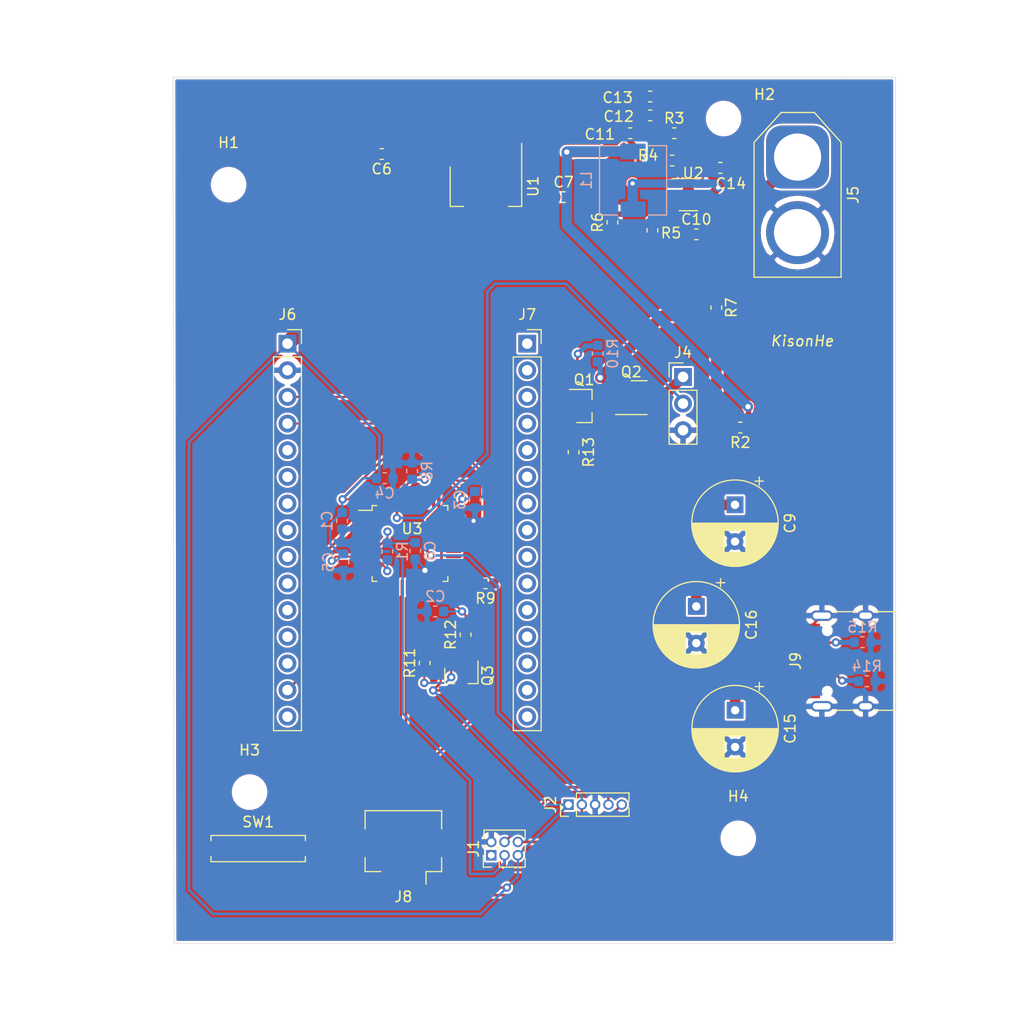
<source format=kicad_pcb>
(kicad_pcb (version 20171130) (host pcbnew 5.1.6)
  (layers (0 F.Cu signal) (31 B.Cu signal) (34 B.Paste user) (35 F.Paste user) (36 B.SilkS user) (37 F.SilkS user) (38 B.Mask user) (39 F.Mask user) (44 Edge.Cuts user))
  (net 0 "")
  (net 1 +3V3)
  (net 2 GND)
  (net 3 /STM_SWDIO)
  (net 4 /STM_SWCLK)
  (net 5 /STM_NRST)
  (net 6 +5V)
  (net 7 /UART_32TX)
  (net 8 /UART_32RX)
  (net 9 /STMSYS_WAKEUP2)
  (net 10 "Net-(J6-Pad15)")
  (net 11 "Net-(J6-Pad13)")
  (net 12 "Net-(J6-Pad12)")
  (net 13 "Net-(J6-Pad11)")
  (net 14 "Net-(J6-Pad10)")
  (net 15 "Net-(J6-Pad9)")
  (net 16 "Net-(J6-Pad8)")
  (net 17 "Net-(J6-Pad7)")
  (net 18 "Net-(J6-Pad6)")
  (net 19 "Net-(J6-Pad5)")
  (net 20 +BATT)
  (net 21 /STEER_PWM)
  (net 22 /STEER_EN)
  (net 23 "Net-(C11-Pad1)")
  (net 24 "Net-(C14-Pad2)")
  (net 25 "Net-(C14-Pad1)")
  (net 26 "Net-(J7-Pad15)")
  (net 27 "Net-(J7-Pad14)")
  (net 28 "Net-(J7-Pad13)")
  (net 29 "Net-(J7-Pad12)")
  (net 30 "Net-(J7-Pad11)")
  (net 31 "Net-(J7-Pad10)")
  (net 32 "Net-(J7-Pad9)")
  (net 33 "Net-(J7-Pad8)")
  (net 34 "Net-(J7-Pad7)")
  (net 35 "Net-(J7-Pad6)")
  (net 36 "Net-(J7-Pad5)")
  (net 37 "Net-(J7-Pad4)")
  (net 38 "Net-(J7-Pad3)")
  (net 39 "Net-(J7-Pad2)")
  (net 40 "Net-(J7-Pad1)")
  (net 41 "Net-(U3-Pad43)")
  (net 42 "Net-(U3-Pad42)")
  (net 43 "Net-(U3-Pad41)")
  (net 44 "Net-(U3-Pad40)")
  (net 45 "Net-(U3-Pad39)")
  (net 46 "Net-(U3-Pad38)")
  (net 47 "Net-(U3-Pad33)")
  (net 48 "Net-(U3-Pad32)")
  (net 49 "Net-(U3-Pad29)")
  (net 50 "Net-(U3-Pad28)")
  (net 51 "Net-(U3-Pad27)")
  (net 52 "Net-(U3-Pad26)")
  (net 53 "Net-(U3-Pad22)")
  (net 54 "Net-(U3-Pad21)")
  (net 55 "Net-(U3-Pad20)")
  (net 56 "Net-(U3-Pad16)")
  (net 57 "Net-(U3-Pad13)")
  (net 58 "Net-(U3-Pad12)")
  (net 59 "Net-(U3-Pad11)")
  (net 60 "Net-(U3-Pad6)")
  (net 61 "Net-(U3-Pad5)")
  (net 62 "Net-(U3-Pad4)")
  (net 63 "Net-(U3-Pad3)")
  (net 64 "Net-(R5-Pad1)")
  (net 65 Vdrive)
  (net 66 /CS)
  (net 67 /SCL)
  (net 68 /SDA)
  (net 69 /RESET)
  (net 70 /DC)
  (net 71 /BATT_AD)
  (net 72 "Net-(J1-Pad1)")
  (net 73 "Net-(J9-PadB5)")
  (net 74 "Net-(J9-PadA6)")
  (net 75 "Net-(J9-PadA8)")
  (net 76 "Net-(J9-PadA5)")
  (net 77 "Net-(J9-PadB8)")
  (net 78 "Net-(J9-PadA7)")
  (net 79 "Net-(R8-Pad1)")
  (net 80 /VOutput)
  (net 81 "Net-(Q1-Pad3)")
  (net 82 "Net-(Q1-Pad2)")
  (net 83 "Net-(U3-Pad46)")
  (net 84 /LEDA)
  (net 85 /LEDA_32)
  (net 86 "Net-(Q3-Pad2)")
  (module Inductor_SMD:L_6.3x6.3_H3 (layer B.Cu) (at 173.67 66.99 270)
    (fp_text reference L1 (at 0 4.45 270) (layer B.SilkS) (effects (justify mirror)))
    (fp_text value 4.7uh)
    (pad 2 smd rect (at 2.75 0 270) (size 1.5 2.4) (layers B.Cu B.Paste B.Mask) (net 25 "Net-(C14-Pad1)"))
    (pad 1 smd rect (at -2.75 0 270) (size 1.5 2.4) (layers B.Cu B.Paste B.Mask) (net 6 +5V))
  )
  (module Resistor_SMD:R_0603_1608Metric (layer B.Cu) (at 195.55 111.01 180)
    (fp_text reference R15 (at 0 1.43) (layer B.SilkS) (effects (justify mirror)))
    (fp_text value 5.1k)
    (pad 2 smd roundrect (at 0.7875 0 180) (size 0.875 0.95) (layers B.Cu B.Paste B.Mask) (net 73 "Net-(J9-PadB5)"))
    (pad 1 smd roundrect (at -0.7875 0 180) (size 0.875 0.95) (layers B.Cu B.Paste B.Mask) (net 2 GND))
  )
  (module Resistor_SMD:R_0603_1608Metric (layer B.Cu) (at 195.97 114.73 180)
    (fp_text reference R14 (at 0 1.43) (layer B.SilkS) (effects (justify mirror)))
    (fp_text value 5.1k)
    (pad 2 smd roundrect (at 0.7875 0 180) (size 0.875 0.95) (layers B.Cu B.Paste B.Mask) (net 76 "Net-(J9-PadA5)"))
    (pad 1 smd roundrect (at -0.7875 0 180) (size 0.875 0.95) (layers B.Cu B.Paste B.Mask) (net 2 GND))
  )
  (module KisonCommon:DFN-8-1EP_3x3mm_P0.65mm_EP1.7x2.05mm (layer F.Cu) (at 173.5 87.7)
    (fp_text reference Q2 (at 0 -2.45) (layer F.SilkS))
    (fp_text value Q_PMOS_GSD)
    (pad 2 smd roundrect (at -1.45 -0.975) (size 0.8 0.3) (layers F.Cu F.Paste F.Mask) (net 65 Vdrive))
    (pad 2 smd roundrect (at -1.45 -0.325) (size 0.8 0.3) (layers F.Cu F.Paste F.Mask) (net 65 Vdrive))
    (pad 2 smd roundrect (at -1.45 0.325) (size 0.8 0.3) (layers F.Cu F.Paste F.Mask) (net 65 Vdrive))
    (pad 1 smd roundrect (at -1.45 0.975) (size 0.8 0.3) (layers F.Cu F.Paste F.Mask) (net 81 "Net-(Q1-Pad3)"))
    (pad 3 smd roundrect (at 1.45 0.975) (size 0.8 0.3) (layers F.Cu F.Paste F.Mask) (net 80 /VOutput))
    (pad 3 smd roundrect (at 1.45 0.325) (size 0.8 0.3) (layers F.Cu F.Paste F.Mask) (net 80 /VOutput))
    (pad 3 smd roundrect (at 1.45 -0.325) (size 0.8 0.3) (layers F.Cu F.Paste F.Mask) (net 80 /VOutput))
    (pad 3 smd roundrect (at 1.45 -0.975) (size 0.8 0.3) (layers F.Cu F.Paste F.Mask) (net 80 /VOutput))
    (pad 3 smd rect (at 0 0) (size 1.7 2.05) (layers F.Cu F.Mask) (net 80 /VOutput))
  )
  (module Resistor_SMD:R_0603_1608Metric (layer F.Cu) (at 168 92.9 270)
    (fp_text reference R13 (at 0 -1.43 90) (layer F.SilkS))
    (fp_text value 100k)
    (pad 2 smd roundrect (at 0.7875 0 270) (size 0.875 0.95) (layers F.Cu F.Paste F.Mask) (net 2 GND))
    (pad 1 smd roundrect (at -0.7875 0 270) (size 0.875 0.95) (layers F.Cu F.Paste F.Mask) (net 82 "Net-(Q1-Pad2)"))
  )
  (module Resistor_SMD:R_0603_1608Metric (layer F.Cu) (at 157.7 110.3 90)
    (fp_text reference R12 (at 0 -1.43 90) (layer F.SilkS))
    (fp_text value 10k)
    (pad 2 smd roundrect (at 0.7875 0 90) (size 0.875 0.95) (layers F.Cu F.Paste F.Mask) (net 1 +3V3))
    (pad 1 smd roundrect (at -0.7875 0 90) (size 0.875 0.95) (layers F.Cu F.Paste F.Mask) (net 86 "Net-(Q3-Pad2)"))
  )
  (module Resistor_SMD:R_0603_1608Metric (layer F.Cu) (at 153.8 113 90)
    (fp_text reference R11 (at 0 -1.43 90) (layer F.SilkS))
    (fp_text value 1k)
    (pad 2 smd roundrect (at 0.7875 0 90) (size 0.875 0.95) (layers F.Cu F.Paste F.Mask) (net 85 /LEDA_32))
    (pad 1 smd roundrect (at -0.7875 0 90) (size 0.875 0.95) (layers F.Cu F.Paste F.Mask) (net 86 "Net-(Q3-Pad2)"))
  )
  (module Package_TO_SOT_SMD:SOT-23 (layer F.Cu) (at 157.3 114.2 270)
    (fp_text reference Q3 (at 0 -2.5 90) (layer F.SilkS))
    (fp_text value Q_NPN_EBC)
    (pad 3 smd rect (at 1 0 270) (size 0.9 0.8) (layers F.Cu F.Paste F.Mask) (net 1 +3V3))
    (pad 2 smd rect (at -1 0.95 270) (size 0.9 0.8) (layers F.Cu F.Paste F.Mask) (net 86 "Net-(Q3-Pad2)"))
    (pad 1 smd rect (at -1 -0.95 270) (size 0.9 0.8) (layers F.Cu F.Paste F.Mask) (net 84 /LEDA))
  )
  (module Capacitor_THT:CP_Radial_D8.0mm_P3.50mm (layer F.Cu) (at 179.7 107.6 270)
    (fp_text reference C16 (at 1.75 -5.25 90) (layer F.SilkS))
    (fp_text value 1000uf)
    (pad 2 thru_hole circle (at 3.5 0 270) (size 1.6 1.6) (drill 0.8) (layers *.Cu *.Mask) (net 2 GND))
    (pad 1 thru_hole rect (at 0 0 270) (size 1.6 1.6) (drill 0.8) (layers *.Cu *.Mask) (net 80 /VOutput))
  )
  (module Capacitor_THT:CP_Radial_D8.0mm_P3.50mm (layer F.Cu) (at 183.4 117.5 270)
    (fp_text reference C15 (at 1.75 -5.25 90) (layer F.SilkS))
    (fp_text value 470uf)
    (pad 2 thru_hole circle (at 3.5 0 270) (size 1.6 1.6) (drill 0.8) (layers *.Cu *.Mask) (net 2 GND))
    (pad 1 thru_hole rect (at 0 0 270) (size 1.6 1.6) (drill 0.8) (layers *.Cu *.Mask) (net 80 /VOutput))
  )
  (module Resistor_SMD:R_0603_1608Metric (layer B.Cu) (at 170.3 83.5 90)
    (fp_text reference R10 (at 0 1.43 90) (layer B.SilkS) (effects (justify mirror)))
    (fp_text value 2.2k)
    (pad 2 smd roundrect (at 0.7875 0 90) (size 0.875 0.95) (layers B.Cu B.Paste B.Mask) (net 81 "Net-(Q1-Pad3)"))
    (pad 1 smd roundrect (at -0.7875 0 90) (size 0.875 0.95) (layers B.Cu B.Paste B.Mask) (net 65 Vdrive))
  )
  (module Resistor_SMD:R_0603_1608Metric (layer F.Cu) (at 159.6 105.4 180)
    (fp_text reference R9 (at 0 -1.43) (layer F.SilkS))
    (fp_text value 2.2k)
    (pad 2 smd roundrect (at 0.7875 0 180) (size 0.875 0.95) (layers F.Cu F.Paste F.Mask) (net 22 /STEER_EN))
    (pad 1 smd roundrect (at -0.7875 0 180) (size 0.875 0.95) (layers F.Cu F.Paste F.Mask) (net 82 "Net-(Q1-Pad2)"))
  )
  (module Package_TO_SOT_SMD:SOT-23 (layer F.Cu) (at 169 88.5)
    (fp_text reference Q1 (at 0 -2.5) (layer F.SilkS))
    (fp_text value Q_NPN_EBC)
    (pad 3 smd rect (at 1 0) (size 0.9 0.8) (layers F.Cu F.Paste F.Mask) (net 81 "Net-(Q1-Pad3)"))
    (pad 2 smd rect (at -1 0.95) (size 0.9 0.8) (layers F.Cu F.Paste F.Mask) (net 82 "Net-(Q1-Pad2)"))
    (pad 1 smd rect (at -1 -0.95) (size 0.9 0.8) (layers F.Cu F.Paste F.Mask) (net 2 GND))
  )
  (module Package_QFP:LQFP-48_7x7mm_P0.5mm (layer F.Cu) (at 152.4 101.6)
    (fp_text reference U3 (at 0.2 -1.4) (layer F.SilkS))
    (fp_text value STM32F030CCTx)
    (pad 48 smd roundrect (at -2.75 -4.1625) (size 0.3 1.475) (layers F.Cu F.Paste F.Mask) (net 1 +3V3))
    (pad 47 smd roundrect (at -2.25 -4.1625) (size 0.3 1.475) (layers F.Cu F.Paste F.Mask) (net 2 GND))
    (pad 46 smd roundrect (at -1.75 -4.1625) (size 0.3 1.475) (layers F.Cu F.Paste F.Mask) (net 83 "Net-(U3-Pad46)"))
    (pad 45 smd roundrect (at -1.25 -4.1625) (size 0.3 1.475) (layers F.Cu F.Paste F.Mask) (net 21 /STEER_PWM))
    (pad 44 smd roundrect (at -0.75 -4.1625) (size 0.3 1.475) (layers F.Cu F.Paste F.Mask) (net 79 "Net-(R8-Pad1)"))
    (pad 43 smd roundrect (at -0.25 -4.1625) (size 0.3 1.475) (layers F.Cu F.Paste F.Mask) (net 41 "Net-(U3-Pad43)"))
    (pad 42 smd roundrect (at 0.25 -4.1625) (size 0.3 1.475) (layers F.Cu F.Paste F.Mask) (net 42 "Net-(U3-Pad42)"))
    (pad 41 smd roundrect (at 0.75 -4.1625) (size 0.3 1.475) (layers F.Cu F.Paste F.Mask) (net 43 "Net-(U3-Pad41)"))
    (pad 40 smd roundrect (at 1.25 -4.1625) (size 0.3 1.475) (layers F.Cu F.Paste F.Mask) (net 44 "Net-(U3-Pad40)"))
    (pad 39 smd roundrect (at 1.75 -4.1625) (size 0.3 1.475) (layers F.Cu F.Paste F.Mask) (net 45 "Net-(U3-Pad39)"))
    (pad 38 smd roundrect (at 2.25 -4.1625) (size 0.3 1.475) (layers F.Cu F.Paste F.Mask) (net 46 "Net-(U3-Pad38)"))
    (pad 37 smd roundrect (at 2.75 -4.1625) (size 0.3 1.475) (layers F.Cu F.Paste F.Mask) (net 3 /STM_SWDIO))
    (pad 36 smd roundrect (at 4.1625 -2.75) (size 1.475 0.3) (layers F.Cu F.Paste F.Mask) (net 1 +3V3))
    (pad 35 smd roundrect (at 4.1625 -2.25) (size 1.475 0.3) (layers F.Cu F.Paste F.Mask) (net 2 GND))
    (pad 34 smd roundrect (at 4.1625 -1.75) (size 1.475 0.3) (layers F.Cu F.Paste F.Mask) (net 4 /STM_SWCLK))
    (pad 33 smd roundrect (at 4.1625 -1.25) (size 1.475 0.3) (layers F.Cu F.Paste F.Mask) (net 47 "Net-(U3-Pad33)"))
    (pad 32 smd roundrect (at 4.1625 -0.75) (size 1.475 0.3) (layers F.Cu F.Paste F.Mask) (net 48 "Net-(U3-Pad32)"))
    (pad 31 smd roundrect (at 4.1625 -0.25) (size 1.475 0.3) (layers F.Cu F.Paste F.Mask) (net 8 /UART_32RX))
    (pad 30 smd roundrect (at 4.1625 0.25) (size 1.475 0.3) (layers F.Cu F.Paste F.Mask) (net 7 /UART_32TX))
    (pad 29 smd roundrect (at 4.1625 0.75) (size 1.475 0.3) (layers F.Cu F.Paste F.Mask) (net 49 "Net-(U3-Pad29)"))
    (pad 28 smd roundrect (at 4.1625 1.25) (size 1.475 0.3) (layers F.Cu F.Paste F.Mask) (net 50 "Net-(U3-Pad28)"))
    (pad 27 smd roundrect (at 4.1625 1.75) (size 1.475 0.3) (layers F.Cu F.Paste F.Mask) (net 51 "Net-(U3-Pad27)"))
    (pad 26 smd roundrect (at 4.1625 2.25) (size 1.475 0.3) (layers F.Cu F.Paste F.Mask) (net 52 "Net-(U3-Pad26)"))
    (pad 25 smd roundrect (at 4.1625 2.75) (size 1.475 0.3) (layers F.Cu F.Paste F.Mask) (net 22 /STEER_EN))
    (pad 24 smd roundrect (at 2.75 4.1625) (size 0.3 1.475) (layers F.Cu F.Paste F.Mask) (net 1 +3V3))
    (pad 23 smd roundrect (at 2.25 4.1625) (size 0.3 1.475) (layers F.Cu F.Paste F.Mask) (net 2 GND))
    (pad 22 smd roundrect (at 1.75 4.1625) (size 0.3 1.475) (layers F.Cu F.Paste F.Mask) (net 53 "Net-(U3-Pad22)"))
    (pad 21 smd roundrect (at 1.25 4.1625) (size 0.3 1.475) (layers F.Cu F.Paste F.Mask) (net 54 "Net-(U3-Pad21)"))
    (pad 20 smd roundrect (at 0.75 4.1625) (size 0.3 1.475) (layers F.Cu F.Paste F.Mask) (net 55 "Net-(U3-Pad20)"))
    (pad 19 smd roundrect (at 0.25 4.1625) (size 0.3 1.475) (layers F.Cu F.Paste F.Mask) (net 85 /LEDA_32))
    (pad 18 smd roundrect (at -0.25 4.1625) (size 0.3 1.475) (layers F.Cu F.Paste F.Mask) (net 70 /DC))
    (pad 17 smd roundrect (at -0.75 4.1625) (size 0.3 1.475) (layers F.Cu F.Paste F.Mask) (net 68 /SDA))
    (pad 16 smd roundrect (at -1.25 4.1625) (size 0.3 1.475) (layers F.Cu F.Paste F.Mask) (net 56 "Net-(U3-Pad16)"))
    (pad 15 smd roundrect (at -1.75 4.1625) (size 0.3 1.475) (layers F.Cu F.Paste F.Mask) (net 67 /SCL))
    (pad 14 smd roundrect (at -2.25 4.1625) (size 0.3 1.475) (layers F.Cu F.Paste F.Mask) (net 66 /CS))
    (pad 13 smd roundrect (at -2.75 4.1625) (size 0.3 1.475) (layers F.Cu F.Paste F.Mask) (net 57 "Net-(U3-Pad13)"))
    (pad 12 smd roundrect (at -4.1625 2.75) (size 1.475 0.3) (layers F.Cu F.Paste F.Mask) (net 58 "Net-(U3-Pad12)"))
    (pad 11 smd roundrect (at -4.1625 2.25) (size 1.475 0.3) (layers F.Cu F.Paste F.Mask) (net 59 "Net-(U3-Pad11)"))
    (pad 10 smd roundrect (at -4.1625 1.75) (size 1.475 0.3) (layers F.Cu F.Paste F.Mask) (net 71 /BATT_AD))
    (pad 9 smd roundrect (at -4.1625 1.25) (size 1.475 0.3) (layers F.Cu F.Paste F.Mask) (net 1 +3V3))
    (pad 8 smd roundrect (at -4.1625 0.75) (size 1.475 0.3) (layers F.Cu F.Paste F.Mask) (net 2 GND))
    (pad 7 smd roundrect (at -4.1625 0.25) (size 1.475 0.3) (layers F.Cu F.Paste F.Mask) (net 5 /STM_NRST))
    (pad 6 smd roundrect (at -4.1625 -0.25) (size 1.475 0.3) (layers F.Cu F.Paste F.Mask) (net 60 "Net-(U3-Pad6)"))
    (pad 5 smd roundrect (at -4.1625 -0.75) (size 1.475 0.3) (layers F.Cu F.Paste F.Mask) (net 61 "Net-(U3-Pad5)"))
    (pad 4 smd roundrect (at -4.1625 -1.25) (size 1.475 0.3) (layers F.Cu F.Paste F.Mask) (net 62 "Net-(U3-Pad4)"))
    (pad 3 smd roundrect (at -4.1625 -1.75) (size 1.475 0.3) (layers F.Cu F.Paste F.Mask) (net 63 "Net-(U3-Pad3)"))
    (pad 2 smd roundrect (at -4.1625 -2.25) (size 1.475 0.3) (layers F.Cu F.Paste F.Mask) (net 9 /STMSYS_WAKEUP2))
    (pad 1 smd roundrect (at -4.1625 -2.75) (size 1.475 0.3) (layers F.Cu F.Paste F.Mask) (net 1 +3V3))
  )
  (module Resistor_SMD:R_0603_1608Metric (layer B.Cu) (at 152.6 94.7 90)
    (fp_text reference R8 (at 0 1.43 90) (layer B.SilkS) (effects (justify mirror)))
    (fp_text value 100k)
    (pad 2 smd roundrect (at 0.7875 0 90) (size 0.875 0.95) (layers B.Cu B.Paste B.Mask) (net 2 GND))
    (pad 1 smd roundrect (at -0.7875 0 90) (size 0.875 0.95) (layers B.Cu B.Paste B.Mask) (net 79 "Net-(R8-Pad1)"))
  )
  (module Resistor_SMD:R_0603_1608Metric (layer F.Cu) (at 177.4 65.1 180)
    (fp_text reference R4 (at 2.3 0.5) (layer F.SilkS))
    (fp_text value 100k)
    (pad 2 smd roundrect (at 0.7875 0 180) (size 0.875 0.95) (layers F.Cu F.Paste F.Mask) (net 6 +5V))
    (pad 1 smd roundrect (at -0.7875 0 180) (size 0.875 0.95) (layers F.Cu F.Paste F.Mask) (net 23 "Net-(C11-Pad1)"))
  )
  (module Resistor_SMD:R_0603_1608Metric (layer F.Cu) (at 177.6 62.5)
    (fp_text reference R3 (at 0 -1.43) (layer F.SilkS))
    (fp_text value 13.7k)
    (pad 2 smd roundrect (at 0.7875 0) (size 0.875 0.95) (layers F.Cu F.Paste F.Mask) (net 2 GND))
    (pad 1 smd roundrect (at -0.7875 0) (size 0.875 0.95) (layers F.Cu F.Paste F.Mask) (net 23 "Net-(C11-Pad1)"))
  )
  (module Resistor_SMD:R_0603_1608Metric (layer B.Cu) (at 150.241 102.362 90)
    (fp_text reference R1 (at 0 1.43 90) (layer B.SilkS) (effects (justify mirror)))
    (fp_text value 10K)
    (pad 2 smd roundrect (at 0.7875 0 90) (size 0.875 0.95) (layers B.Cu B.Paste B.Mask) (net 5 /STM_NRST))
    (pad 1 smd roundrect (at -0.7875 0 90) (size 0.875 0.95) (layers B.Cu B.Paste B.Mask) (net 1 +3V3))
  )
  (module Capacitor_SMD:C_0603_1608Metric (layer F.Cu) (at 182 65.8 180)
    (fp_text reference C14 (at -1 -1.5) (layer F.SilkS))
    (fp_text value 100nf)
    (pad 2 smd roundrect (at 0.7875 0 180) (size 0.875 0.95) (layers F.Cu F.Paste F.Mask) (net 24 "Net-(C14-Pad2)"))
    (pad 1 smd roundrect (at -0.7875 0 180) (size 0.875 0.95) (layers F.Cu F.Paste F.Mask) (net 25 "Net-(C14-Pad1)"))
  )
  (module Capacitor_SMD:C_0603_1608Metric (layer F.Cu) (at 175.3 59 180)
    (fp_text reference C13 (at 3.1 -0.1) (layer F.SilkS))
    (fp_text value 22uf)
    (pad 2 smd roundrect (at 0.7875 0 180) (size 0.875 0.95) (layers F.Cu F.Paste F.Mask) (net 6 +5V))
    (pad 1 smd roundrect (at -0.7875 0 180) (size 0.875 0.95) (layers F.Cu F.Paste F.Mask) (net 2 GND))
  )
  (module Capacitor_SMD:C_0603_1608Metric (layer F.Cu) (at 175.3 60.8 180)
    (fp_text reference C12 (at 3 -0.1) (layer F.SilkS))
    (fp_text value 22uf)
    (pad 2 smd roundrect (at 0.7875 0 180) (size 0.875 0.95) (layers F.Cu F.Paste F.Mask) (net 6 +5V))
    (pad 1 smd roundrect (at -0.7875 0 180) (size 0.875 0.95) (layers F.Cu F.Paste F.Mask) (net 2 GND))
  )
  (module Capacitor_SMD:C_0603_1608Metric (layer F.Cu) (at 173.4 62.5 180)
    (fp_text reference C11 (at 2.9 -0.1) (layer F.SilkS))
    (fp_text value 47pf)
    (pad 2 smd roundrect (at 0.7875 0 180) (size 0.875 0.95) (layers F.Cu F.Paste F.Mask) (net 6 +5V))
    (pad 1 smd roundrect (at -0.7875 0 180) (size 0.875 0.95) (layers F.Cu F.Paste F.Mask) (net 23 "Net-(C11-Pad1)"))
  )
  (module Capacitor_SMD:C_0603_1608Metric (layer F.Cu) (at 179.705 72.136)
    (fp_text reference C10 (at 0 -1.43) (layer F.SilkS))
    (fp_text value 10uf)
    (pad 2 smd roundrect (at 0.7875 0) (size 0.875 0.95) (layers F.Cu F.Paste F.Mask) (net 20 +BATT))
    (pad 1 smd roundrect (at -0.7875 0) (size 0.875 0.95) (layers F.Cu F.Paste F.Mask) (net 2 GND))
  )
  (module Capacitor_SMD:C_0603_1608Metric (layer B.Cu) (at 152.9 102.3 90)
    (fp_text reference C8 (at 0 1.43 90) (layer B.SilkS) (effects (justify mirror)))
    (fp_text value 100nf)
    (pad 2 smd roundrect (at 0.7875 0 90) (size 0.875 0.95) (layers B.Cu B.Paste B.Mask) (net 5 /STM_NRST))
    (pad 1 smd roundrect (at -0.7875 0 90) (size 0.875 0.95) (layers B.Cu B.Paste B.Mask) (net 2 GND))
  )
  (module Capacitor_SMD:C_0603_1608Metric (layer F.Cu) (at 167.0475 68.59)
    (fp_text reference C7 (at 0 -1.43) (layer F.SilkS))
    (fp_text value 2.2uf)
    (pad 2 smd roundrect (at 0.7875 0) (size 0.875 0.95) (layers F.Cu F.Paste F.Mask) (net 2 GND))
    (pad 1 smd roundrect (at -0.7875 0) (size 0.875 0.95) (layers F.Cu F.Paste F.Mask) (net 1 +3V3))
  )
  (module Capacitor_SMD:C_0603_1608Metric (layer F.Cu) (at 149.7 64.48 180)
    (fp_text reference C6 (at 0 -1.43) (layer F.SilkS))
    (fp_text value 1uf)
    (pad 2 smd roundrect (at 0.7875 0 180) (size 0.875 0.95) (layers F.Cu F.Paste F.Mask) (net 2 GND))
    (pad 1 smd roundrect (at -0.7875 0 180) (size 0.875 0.95) (layers F.Cu F.Paste F.Mask) (net 6 +5V))
  )
  (module Capacitor_SMD:C_0603_1608Metric (layer B.Cu) (at 146.05 103.378 270)
    (fp_text reference C5 (at 0 1.43 90) (layer B.SilkS) (effects (justify mirror)))
    (fp_text value 100nf)
    (pad 2 smd roundrect (at 0.7875 0 270) (size 0.875 0.95) (layers B.Cu B.Paste B.Mask) (net 2 GND))
    (pad 1 smd roundrect (at -0.7875 0 270) (size 0.875 0.95) (layers B.Cu B.Paste B.Mask) (net 1 +3V3))
  )
  (module Capacitor_SMD:C_0603_1608Metric (layer B.Cu) (at 149.987 95.377)
    (fp_text reference C4 (at 0 1.43) (layer B.SilkS) (effects (justify mirror)))
    (fp_text value 100nf)
    (pad 2 smd roundrect (at 0.7875 0) (size 0.875 0.95) (layers B.Cu B.Paste B.Mask) (net 2 GND))
    (pad 1 smd roundrect (at -0.7875 0) (size 0.875 0.95) (layers B.Cu B.Paste B.Mask) (net 1 +3V3))
  )
  (module Capacitor_SMD:C_0603_1608Metric (layer B.Cu) (at 158.59 97.43 270)
    (fp_text reference C3 (at 0 1.43 90) (layer B.SilkS) (effects (justify mirror)))
    (fp_text value 100nf)
    (pad 2 smd roundrect (at 0.7875 0 270) (size 0.875 0.95) (layers B.Cu B.Paste B.Mask) (net 2 GND))
    (pad 1 smd roundrect (at -0.7875 0 270) (size 0.875 0.95) (layers B.Cu B.Paste B.Mask) (net 1 +3V3))
  )
  (module Capacitor_SMD:C_0603_1608Metric (layer B.Cu) (at 154.813 108.077 180)
    (fp_text reference C2 (at 0 1.43) (layer B.SilkS) (effects (justify mirror)))
    (fp_text value 100nf)
    (pad 2 smd roundrect (at 0.7875 0 180) (size 0.875 0.95) (layers B.Cu B.Paste B.Mask) (net 2 GND))
    (pad 1 smd roundrect (at -0.7875 0 180) (size 0.875 0.95) (layers B.Cu B.Paste B.Mask) (net 1 +3V3))
  )
  (module Capacitor_SMD:C_0603_1608Metric (layer B.Cu) (at 145.923 99.441 270)
    (fp_text reference C1 (at 0 1.43 90) (layer B.SilkS) (effects (justify mirror)))
    (fp_text value 100nf)
    (pad 2 smd roundrect (at 0.7875 0 270) (size 0.875 0.95) (layers B.Cu B.Paste B.Mask) (net 2 GND))
    (pad 1 smd roundrect (at -0.7875 0 270) (size 0.875 0.95) (layers B.Cu B.Paste B.Mask) (net 1 +3V3))
  )
  (module Connector_USB:USB_C_Receptacle_HRO_TYPE-C-31-M-12 (layer F.Cu) (at 194.8 112.8 90)
    (fp_text reference J9 (at 0 -5.645 90) (layer F.SilkS))
    (fp_text value USB_C_Receptacle)
    (pad B1 smd rect (at 3.25 -4.045 90) (size 0.6 1.45) (layers F.Cu F.Paste F.Mask) (net 2 GND))
    (pad A9 smd rect (at 2.45 -4.045 90) (size 0.6 1.45) (layers F.Cu F.Paste F.Mask) (net 6 +5V))
    (pad B9 smd rect (at -2.45 -4.045 90) (size 0.6 1.45) (layers F.Cu F.Paste F.Mask) (net 6 +5V))
    (pad B12 smd rect (at -3.25 -4.045 90) (size 0.6 1.45) (layers F.Cu F.Paste F.Mask) (net 2 GND))
    (pad A1 smd rect (at -3.25 -4.045 90) (size 0.6 1.45) (layers F.Cu F.Paste F.Mask) (net 2 GND))
    (pad A4 smd rect (at -2.45 -4.045 90) (size 0.6 1.45) (layers F.Cu F.Paste F.Mask) (net 6 +5V))
    (pad B4 smd rect (at 2.45 -4.045 90) (size 0.6 1.45) (layers F.Cu F.Paste F.Mask) (net 6 +5V))
    (pad A12 smd rect (at 3.25 -4.045 90) (size 0.6 1.45) (layers F.Cu F.Paste F.Mask) (net 2 GND))
    (pad B8 smd rect (at -1.75 -4.045 90) (size 0.3 1.45) (layers F.Cu F.Paste F.Mask) (net 77 "Net-(J9-PadB8)"))
    (pad A5 smd rect (at -1.25 -4.045 90) (size 0.3 1.45) (layers F.Cu F.Paste F.Mask) (net 76 "Net-(J9-PadA5)"))
    (pad B7 smd rect (at -0.75 -4.045 90) (size 0.3 1.45) (layers F.Cu F.Paste F.Mask) (net 78 "Net-(J9-PadA7)"))
    (pad A7 smd rect (at 0.25 -4.045 90) (size 0.3 1.45) (layers F.Cu F.Paste F.Mask) (net 78 "Net-(J9-PadA7)"))
    (pad B6 smd rect (at 0.75 -4.045 90) (size 0.3 1.45) (layers F.Cu F.Paste F.Mask) (net 74 "Net-(J9-PadA6)"))
    (pad A8 smd rect (at 1.25 -4.045 90) (size 0.3 1.45) (layers F.Cu F.Paste F.Mask) (net 75 "Net-(J9-PadA8)"))
    (pad B5 smd rect (at 1.75 -4.045 90) (size 0.3 1.45) (layers F.Cu F.Paste F.Mask) (net 73 "Net-(J9-PadB5)"))
    (pad A6 smd rect (at -0.25 -4.045 90) (size 0.3 1.45) (layers F.Cu F.Paste F.Mask) (net 74 "Net-(J9-PadA6)"))
    (pad S1 thru_hole oval (at 4.32 -3.13 90) (size 1 2.1) (drill oval 0.6 1.7) (layers *.Cu *.Mask) (net 2 GND))
    (pad S1 thru_hole oval (at -4.32 -3.13 90) (size 1 2.1) (drill oval 0.6 1.7) (layers *.Cu *.Mask) (net 2 GND))
    (pad "" np_thru_hole circle (at -2.89 -2.6 90) (size 0.65 0.65) (drill 0.65) (layers *.Cu *.Mask))
    (pad S1 thru_hole oval (at -4.32 1.05 90) (size 1 1.6) (drill oval 0.6 1.2) (layers *.Cu *.Mask) (net 2 GND))
    (pad "" np_thru_hole circle (at 2.89 -2.6 90) (size 0.65 0.65) (drill 0.65) (layers *.Cu *.Mask))
    (pad S1 thru_hole oval (at 4.32 1.05 90) (size 1 1.6) (drill oval 0.6 1.2) (layers *.Cu *.Mask) (net 2 GND))
  )
  (module Connector_FFC-FPC:Hirose_FH12-8S-0.5SH_1x08-1MP_P0.50mm_Horizontal (layer F.Cu) (at 151.765 131.572 180)
    (fp_text reference J8 (at 0 -3.7) (layer F.SilkS))
    (fp_text value Conn_01x08)
    (pad 8 smd rect (at 1.75 -1.85 180) (size 0.3 1.3) (layers F.Cu F.Paste F.Mask) (net 66 /CS))
    (pad 7 smd rect (at 1.25 -1.85 180) (size 0.3 1.3) (layers F.Cu F.Paste F.Mask) (net 1 +3V3))
    (pad 6 smd rect (at 0.75 -1.85 180) (size 0.3 1.3) (layers F.Cu F.Paste F.Mask) (net 67 /SCL))
    (pad 5 smd rect (at 0.25 -1.85 180) (size 0.3 1.3) (layers F.Cu F.Paste F.Mask) (net 68 /SDA))
    (pad 4 smd rect (at -0.25 -1.85 180) (size 0.3 1.3) (layers F.Cu F.Paste F.Mask) (net 70 /DC))
    (pad 3 smd rect (at -0.75 -1.85 180) (size 0.3 1.3) (layers F.Cu F.Paste F.Mask) (net 69 /RESET))
    (pad 2 smd rect (at -1.25 -1.85 180) (size 0.3 1.3) (layers F.Cu F.Paste F.Mask) (net 2 GND))
    (pad 1 smd rect (at -1.75 -1.85 180) (size 0.3 1.3) (layers F.Cu F.Paste F.Mask) (net 84 /LEDA))
    (pad MP smd rect (at -3.65 1.4 180) (size 1.8 2.2) (layers F.Cu F.Paste F.Mask))
    (pad MP smd rect (at 3.65 1.4 180) (size 1.8 2.2) (layers F.Cu F.Paste F.Mask))
  )
  (module Package_TO_SOT_SMD:TSOT-23-6 (layer F.Cu) (at 178.943 68.326)
    (fp_text reference U2 (at 0.457 -2.026) (layer F.SilkS))
    (fp_text value SY8105)
    (pad 6 smd rect (at 1.31 -0.95) (size 1.22 0.65) (layers F.Cu F.Paste F.Mask) (net 24 "Net-(C14-Pad2)"))
    (pad 5 smd rect (at 1.31 0) (size 1.22 0.65) (layers F.Cu F.Paste F.Mask) (net 25 "Net-(C14-Pad1)"))
    (pad 4 smd rect (at 1.31 0.95) (size 1.22 0.65) (layers F.Cu F.Paste F.Mask) (net 20 +BATT))
    (pad 3 smd rect (at -1.31 0.95) (size 1.22 0.65) (layers F.Cu F.Paste F.Mask) (net 2 GND))
    (pad 2 smd rect (at -1.31 0) (size 1.22 0.65) (layers F.Cu F.Paste F.Mask) (net 64 "Net-(R5-Pad1)"))
    (pad 1 smd rect (at -1.31 -0.95) (size 1.22 0.65) (layers F.Cu F.Paste F.Mask) (net 23 "Net-(C11-Pad1)"))
  )
  (module Package_TO_SOT_SMD:SOT-223-3_TabPin2 (layer F.Cu) (at 159.639 67.564 270)
    (fp_text reference U1 (at 0 -4.5 90) (layer F.SilkS))
    (fp_text value SPX1117M3-L-3-3/TR)
    (pad 1 smd rect (at -3.15 -2.3 270) (size 2 1.5) (layers F.Cu F.Paste F.Mask) (net 2 GND))
    (pad 3 smd rect (at -3.15 2.3 270) (size 2 1.5) (layers F.Cu F.Paste F.Mask) (net 6 +5V))
    (pad 2 smd rect (at -3.15 0 270) (size 2 1.5) (layers F.Cu F.Paste F.Mask) (net 1 +3V3))
    (pad 2 smd rect (at 3.15 0 270) (size 2 3.8) (layers F.Cu F.Paste F.Mask) (net 1 +3V3))
  )
  (module Button_Switch_SMD:SW_SPST_REED_CT05-XXXX-J1 (layer F.Cu) (at 137.922 130.683 180)
    (fp_text reference SW1 (at 0 2.54) (layer F.SilkS))
    (fp_text value SW_Push)
    (pad 1 smd rect (at -3.08 0 180) (size 2.5 2) (layers F.Cu F.Paste F.Mask) (net 2 GND))
    (pad 2 smd rect (at 3.08 0 180) (size 2.5 2) (layers F.Cu F.Paste F.Mask) (net 5 /STM_NRST))
  )
  (module Resistor_SMD:R_0603_1608Metric (layer F.Cu) (at 181.61 79.121 270)
    (fp_text reference R7 (at 0 -1.43 90) (layer F.SilkS))
    (fp_text value 0)
    (pad 2 smd roundrect (at 0.7875 0 270) (size 0.875 0.95) (layers F.Cu F.Paste F.Mask) (net 65 Vdrive))
    (pad 1 smd roundrect (at -0.7875 0 270) (size 0.875 0.95) (layers F.Cu F.Paste F.Mask) (net 20 +BATT))
  )
  (module Resistor_SMD:R_0603_1608Metric (layer F.Cu) (at 171.704 70.993 90)
    (fp_text reference R6 (at 0 -1.43 90) (layer F.SilkS))
    (fp_text value 10k)
    (pad 2 smd roundrect (at 0.7875 0 90) (size 0.875 0.95) (layers F.Cu F.Paste F.Mask) (net 2 GND))
    (pad 1 smd roundrect (at -0.7875 0 90) (size 0.875 0.95) (layers F.Cu F.Paste F.Mask) (net 64 "Net-(R5-Pad1)"))
  )
  (module Resistor_SMD:R_0603_1608Metric (layer F.Cu) (at 175.514 71.755 270)
    (fp_text reference R5 (at 0.254 -1.778 180) (layer F.SilkS))
    (fp_text value 0)
    (pad 2 smd roundrect (at 0.7875 0 270) (size 0.875 0.95) (layers F.Cu F.Paste F.Mask) (net 20 +BATT))
    (pad 1 smd roundrect (at -0.7875 0 270) (size 0.875 0.95) (layers F.Cu F.Paste F.Mask) (net 64 "Net-(R5-Pad1)"))
  )
  (module Resistor_SMD:R_0603_1608Metric (layer F.Cu) (at 183.896 90.551 180)
    (fp_text reference R2 (at 0 -1.43) (layer F.SilkS))
    (fp_text value 0)
    (pad 2 smd roundrect (at 0.7875 0 180) (size 0.875 0.95) (layers F.Cu F.Paste F.Mask) (net 65 Vdrive))
    (pad 1 smd roundrect (at -0.7875 0 180) (size 0.875 0.95) (layers F.Cu F.Paste F.Mask) (net 6 +5V))
  )
  (module Connector_AMASS:AMASS_XT60-M_1x02_P7.20mm_Vertical (layer F.Cu) (at 189.357 64.77 270)
    (fp_text reference J5 (at 3.6 -5.3 270) (layer F.SilkS))
    (fp_text value Conn_01x02)
    (pad 1 thru_hole roundrect (at 0 0 270) (size 6 6) (drill 4.5) (layers *.Cu *.Mask) (net 20 +BATT))
    (pad 2 thru_hole circle (at 7.2 0 270) (size 6 6) (drill 4.5) (layers *.Cu *.Mask) (net 2 GND))
  )
  (module Connector_PinHeader_2.54mm:PinHeader_1x03_P2.54mm_Vertical (layer F.Cu) (at 178.435 85.725)
    (fp_text reference J4 (at 0 -2.33) (layer F.SilkS))
    (fp_text value Conn_01x03)
    (pad 3 thru_hole oval (at 0 5.08) (size 1.7 1.7) (drill 1) (layers *.Cu *.Mask) (net 2 GND))
    (pad 2 thru_hole oval (at 0 2.54) (size 1.7 1.7) (drill 1) (layers *.Cu *.Mask) (net 21 /STEER_PWM))
    (pad 1 thru_hole rect (at 0 0) (size 1.7 1.7) (drill 1) (layers *.Cu *.Mask) (net 80 /VOutput))
  )
  (module Connector_PinHeader_1.27mm:PinHeader_1x05_P1.27mm_Vertical (layer F.Cu) (at 167.513 126.492 90)
    (fp_text reference J2 (at 0 -1.695 90) (layer F.SilkS))
    (fp_text value Conn_01x05)
    (pad 5 thru_hole oval (at 0 5.08 90) (size 1 1) (drill 0.65) (layers *.Cu *.Mask) (net 5 /STM_NRST))
    (pad 4 thru_hole oval (at 0 3.81 90) (size 1 1) (drill 0.65) (layers *.Cu *.Mask) (net 4 /STM_SWCLK))
    (pad 3 thru_hole oval (at 0 2.54 90) (size 1 1) (drill 0.65) (layers *.Cu *.Mask) (net 2 GND))
    (pad 2 thru_hole oval (at 0 1.27 90) (size 1 1) (drill 0.65) (layers *.Cu *.Mask) (net 3 /STM_SWDIO))
    (pad 1 thru_hole rect (at 0 0 90) (size 1 1) (drill 0.65) (layers *.Cu *.Mask) (net 1 +3V3))
  )
  (module Connector_PinHeader_1.27mm:PinHeader_2x03_P1.27mm_Vertical (layer F.Cu) (at 160.147 131.318 90)
    (fp_text reference J1 (at 0.635 -1.695 90) (layer F.SilkS))
    (fp_text value Conn_02x03_Odd_Even)
    (pad 6 thru_hole oval (at 1.27 2.54 90) (size 1 1) (drill 0.65) (layers *.Cu *.Mask) (net 3 /STM_SWDIO))
    (pad 5 thru_hole oval (at 0 2.54 90) (size 1 1) (drill 0.65) (layers *.Cu *.Mask) (net 1 +3V3))
    (pad 4 thru_hole oval (at 1.27 1.27 90) (size 1 1) (drill 0.65) (layers *.Cu *.Mask) (net 4 /STM_SWCLK))
    (pad 3 thru_hole oval (at 0 1.27 90) (size 1 1) (drill 0.65) (layers *.Cu *.Mask) (net 5 /STM_NRST))
    (pad 2 thru_hole oval (at 1.27 0 90) (size 1 1) (drill 0.65) (layers *.Cu *.Mask) (net 2 GND))
    (pad 1 thru_hole rect (at 0 0 90) (size 1 1) (drill 0.65) (layers *.Cu *.Mask) (net 72 "Net-(J1-Pad1)"))
  )
  (module MountingHole:MountingHole_3mm (layer F.Cu) (at 183.7 129.7)
    (fp_text reference H4 (at 0 -4) (layer F.SilkS))
    (fp_text value MountingHole)
    (pad 1 np_thru_hole circle (at 0 0) (size 3 3) (drill 3) (layers *.Cu *.Mask))
  )
  (module MountingHole:MountingHole_3mm (layer F.Cu) (at 137.1 125.3)
    (fp_text reference H3 (at 0 -4) (layer F.SilkS))
    (fp_text value MountingHole)
    (pad 1 np_thru_hole circle (at 0 0) (size 3 3) (drill 3) (layers *.Cu *.Mask))
  )
  (module MountingHole:MountingHole_3mm (layer F.Cu) (at 182.3 61.1)
    (fp_text reference H2 (at 3.9 -2.3) (layer F.SilkS))
    (fp_text value MountingHole)
    (pad 1 np_thru_hole circle (at 0 0) (size 3 3) (drill 3) (layers *.Cu *.Mask))
  )
  (module MountingHole:MountingHole_3mm (layer F.Cu) (at 135.1 67.4)
    (fp_text reference H1 (at 0 -4) (layer F.SilkS))
    (fp_text value MountingHole)
    (pad 1 np_thru_hole circle (at 0 0) (size 3 3) (drill 3) (layers *.Cu *.Mask))
  )
  (module Capacitor_THT:CP_Radial_D8.0mm_P3.50mm (layer F.Cu) (at 183.388 97.917 270)
    (fp_text reference C9 (at 1.75 -5.25 90) (layer F.SilkS))
    (fp_text value 470uf)
    (pad 2 thru_hole circle (at 3.5 0 270) (size 1.6 1.6) (drill 0.8) (layers *.Cu *.Mask) (net 2 GND))
    (pad 1 thru_hole rect (at 0 0 270) (size 1.6 1.6) (drill 0.8) (layers *.Cu *.Mask) (net 80 /VOutput))
  )
  (module Connector_PinSocket_2.54mm:PinSocket_1x15_P2.54mm_Vertical (layer F.Cu) (at 140.716 82.55)
    (fp_text reference J6 (at 0 -2.77) (layer F.SilkS))
    (fp_text value Conn_01x15)
    (pad 15 thru_hole oval (at 0 35.56) (size 1.7 1.7) (drill 1) (layers *.Cu *.Mask) (net 10 "Net-(J6-Pad15)"))
    (pad 14 thru_hole oval (at 0 33.02) (size 1.7 1.7) (drill 1) (layers *.Cu *.Mask) (net 9 /STMSYS_WAKEUP2))
    (pad 13 thru_hole oval (at 0 30.48) (size 1.7 1.7) (drill 1) (layers *.Cu *.Mask) (net 11 "Net-(J6-Pad13)"))
    (pad 12 thru_hole oval (at 0 27.94) (size 1.7 1.7) (drill 1) (layers *.Cu *.Mask) (net 12 "Net-(J6-Pad12)"))
    (pad 11 thru_hole oval (at 0 25.4) (size 1.7 1.7) (drill 1) (layers *.Cu *.Mask) (net 13 "Net-(J6-Pad11)"))
    (pad 10 thru_hole oval (at 0 22.86) (size 1.7 1.7) (drill 1) (layers *.Cu *.Mask) (net 14 "Net-(J6-Pad10)"))
    (pad 9 thru_hole oval (at 0 20.32) (size 1.7 1.7) (drill 1) (layers *.Cu *.Mask) (net 15 "Net-(J6-Pad9)"))
    (pad 8 thru_hole oval (at 0 17.78) (size 1.7 1.7) (drill 1) (layers *.Cu *.Mask) (net 16 "Net-(J6-Pad8)"))
    (pad 7 thru_hole oval (at 0 15.24) (size 1.7 1.7) (drill 1) (layers *.Cu *.Mask) (net 17 "Net-(J6-Pad7)"))
    (pad 6 thru_hole oval (at 0 12.7) (size 1.7 1.7) (drill 1) (layers *.Cu *.Mask) (net 18 "Net-(J6-Pad6)"))
    (pad 5 thru_hole oval (at 0 10.16) (size 1.7 1.7) (drill 1) (layers *.Cu *.Mask) (net 19 "Net-(J6-Pad5)"))
    (pad 4 thru_hole oval (at 0 7.62) (size 1.7 1.7) (drill 1) (layers *.Cu *.Mask) (net 8 /UART_32RX))
    (pad 3 thru_hole oval (at 0 5.08) (size 1.7 1.7) (drill 1) (layers *.Cu *.Mask) (net 7 /UART_32TX))
    (pad 2 thru_hole oval (at 0 2.54) (size 1.7 1.7) (drill 1) (layers *.Cu *.Mask) (net 2 GND))
    (pad 1 thru_hole rect (at 0 0) (size 1.7 1.7) (drill 1) (layers *.Cu *.Mask) (net 1 +3V3))
  )
  (module Connector_PinSocket_2.54mm:PinSocket_1x15_P2.54mm_Vertical (layer F.Cu) (at 163.576 82.55)
    (fp_text reference J7 (at 0 -2.77) (layer F.SilkS))
    (fp_text value Conn_01x15)
    (pad 15 thru_hole oval (at 0 35.56) (size 1.7 1.7) (drill 1) (layers *.Cu *.Mask) (net 26 "Net-(J7-Pad15)"))
    (pad 14 thru_hole oval (at 0 33.02) (size 1.7 1.7) (drill 1) (layers *.Cu *.Mask) (net 27 "Net-(J7-Pad14)"))
    (pad 13 thru_hole oval (at 0 30.48) (size 1.7 1.7) (drill 1) (layers *.Cu *.Mask) (net 28 "Net-(J7-Pad13)"))
    (pad 12 thru_hole oval (at 0 27.94) (size 1.7 1.7) (drill 1) (layers *.Cu *.Mask) (net 29 "Net-(J7-Pad12)"))
    (pad 11 thru_hole oval (at 0 25.4) (size 1.7 1.7) (drill 1) (layers *.Cu *.Mask) (net 30 "Net-(J7-Pad11)"))
    (pad 10 thru_hole oval (at 0 22.86) (size 1.7 1.7) (drill 1) (layers *.Cu *.Mask) (net 31 "Net-(J7-Pad10)"))
    (pad 9 thru_hole oval (at 0 20.32) (size 1.7 1.7) (drill 1) (layers *.Cu *.Mask) (net 32 "Net-(J7-Pad9)"))
    (pad 8 thru_hole oval (at 0 17.78) (size 1.7 1.7) (drill 1) (layers *.Cu *.Mask) (net 33 "Net-(J7-Pad8)"))
    (pad 7 thru_hole oval (at 0 15.24) (size 1.7 1.7) (drill 1) (layers *.Cu *.Mask) (net 34 "Net-(J7-Pad7)"))
    (pad 6 thru_hole oval (at 0 12.7) (size 1.7 1.7) (drill 1) (layers *.Cu *.Mask) (net 35 "Net-(J7-Pad6)"))
    (pad 5 thru_hole oval (at 0 10.16) (size 1.7 1.7) (drill 1) (layers *.Cu *.Mask) (net 36 "Net-(J7-Pad5)"))
    (pad 4 thru_hole oval (at 0 7.62) (size 1.7 1.7) (drill 1) (layers *.Cu *.Mask) (net 37 "Net-(J7-Pad4)"))
    (pad 3 thru_hole oval (at 0 5.08) (size 1.7 1.7) (drill 1) (layers *.Cu *.Mask) (net 38 "Net-(J7-Pad3)"))
    (pad 2 thru_hole oval (at 0 2.54) (size 1.7 1.7) (drill 1) (layers *.Cu *.Mask) (net 39 "Net-(J7-Pad2)"))
    (pad 1 thru_hole rect (at 0 0) (size 1.7 1.7) (drill 1) (layers *.Cu *.Mask) (net 40 "Net-(J7-Pad1)"))
  )
  (gr_text KisonHe (at 189.8 82.3) (layer F.SilkS) (effects (font (size 1 1) (thickness 0.15) italic)))
  (gr_line (start 198.7 57.15) (end 193.802 57.15) (layer Edge.Cuts) (width 0.05))
  (gr_line (start 198.7 139.7) (end 198.7 57.15) (layer Edge.Cuts) (width 0.05))
  (gr_line (start 193.929 139.7) (end 198.7 139.7) (layer Edge.Cuts) (width 0.05))
  (gr_line (start 129.8 57.15) (end 129.9 139.7) (layer Edge.Cuts) (width 0.05))
  (gr_line (start 193.802 57.15) (end 129.8 57.15) (layer Edge.Cuts) (width 0.05))
  (gr_line (start 129.9 139.7) (end 193.929 139.7) (layer Edge.Cuts) (width 0.05))
  (via (at 184.63 88.56) (size 0.8) (drill 0.5) (layers F.Cu B.Cu) (net 6))
  (via (at 157.39 97.35) (size 0.8) (drill 0.4) (layers F.Cu B.Cu) (net 1))
  (via (at 157.36 108.08) (size 0.8) (drill 0.4) (layers F.Cu B.Cu) (net 1))
  (via (at 150.23 104.23) (size 0.8) (drill 0.4) (layers F.Cu B.Cu) (net 1))
  (via (at 144.94 103.26) (size 0.8) (drill 0.4) (layers F.Cu B.Cu) (net 1))
  (via (at 145.97 97.39) (size 0.8) (drill 0.4) (layers F.Cu B.Cu) (net 1))
  (segment (start 162.687 131.318) (end 167.513 126.492) (width 0.25) (layer B.Cu) (net 1))
  (segment (start 150.515 134.307002) (end 150.515 133.422) (width 0.25) (layer F.Cu) (net 1))
  (segment (start 150.604999 134.397001) (end 150.515 134.307002) (width 0.25) (layer F.Cu) (net 1))
  (segment (start 153.425001 134.397001) (end 150.604999 134.397001) (width 0.25) (layer F.Cu) (net 1))
  (segment (start 153.425001 134.397001) (end 161.639999 134.397001) (width 0.25) (layer F.Cu) (net 1))
  (segment (start 161.639999 134.397001) (end 161.766999 134.397001) (width 0.25) (layer F.Cu) (net 1))
  (via (at 161.639999 134.397001) (size 0.8) (drill 0.4) (layers F.Cu B.Cu) (net 1))
  (segment (start 162.687 133.35) (end 162.687 131.318) (width 0.25) (layer B.Cu) (net 1))
  (segment (start 161.639999 134.397001) (end 162.687 133.35) (width 0.25) (layer B.Cu) (net 1))
  (segment (start 140.716 82.55) (end 131.318 91.948) (width 0.25) (layer B.Cu) (net 1))
  (segment (start 131.318 91.948) (end 131.318 134.62) (width 0.25) (layer B.Cu) (net 1))
  (segment (start 131.318 134.62) (end 133.604 136.906) (width 0.25) (layer B.Cu) (net 1))
  (segment (start 159.131 136.906) (end 161.639999 134.397001) (width 0.25) (layer B.Cu) (net 1))
  (segment (start 133.604 136.906) (end 159.131 136.906) (width 0.25) (layer B.Cu) (net 1))
  (segment (start 149.479 91.313) (end 140.716 82.55) (width 0.25) (layer B.Cu) (net 1))
  (segment (start 149.479 95.377) (end 149.479 91.313) (width 0.25) (layer B.Cu) (net 1))
  (segment (start 145.923 98.956) (end 145.923 97.377) (width 0.25) (layer B.Cu) (net 1))
  (segment (start 147.923 95.377) (end 149.479 95.377) (width 0.25) (layer B.Cu) (net 1))
  (segment (start 145.923 97.377) (end 147.923 95.377) (width 0.25) (layer B.Cu) (net 1))
  (segment (start 167.513 126.492) (end 165.492 126.492) (width 0.25) (layer B.Cu) (net 1))
  (segment (start 165.492 126.492) (end 154.6 115.6) (width 0.25) (layer B.Cu) (net 1))
  (segment (start 154.6 115.6) (end 154.6 115.6) (width 0.25) (layer B.Cu) (net 1))
  (via (at 154.6 115.6) (size 0.8) (drill 0.4) (layers F.Cu B.Cu) (net 1))
  (segment (start 154.6 115.6) (end 155.321 114.879) (width 0.25) (layer F.Cu) (net 1))
  (segment (start 145.603 98.956) (end 144.8 99.759) (width 0.25) (layer B.Cu) (net 1))
  (segment (start 145.923 98.956) (end 145.603 98.956) (width 0.25) (layer B.Cu) (net 1))
  (segment (start 144.8 99.759) (end 144.8 101.643) (width 0.25) (layer B.Cu) (net 1))
  (segment (start 145.757 102.6) (end 146.1 102.6) (width 0.25) (layer B.Cu) (net 1))
  (segment (start 144.8 101.643) (end 145.757 102.6) (width 0.25) (layer B.Cu) (net 1))
  (segment (start 156.9 115.6) (end 157.3 115.2) (width 0.25) (layer F.Cu) (net 1))
  (segment (start 154.6 115.6) (end 156.9 115.6) (width 0.25) (layer F.Cu) (net 1))
  (segment (start 164.136 70.714) (end 166.26 68.59) (width 1) (layer F.Cu) (net 1))
  (segment (start 159.639 70.714) (end 164.136 70.714) (width 1) (layer F.Cu) (net 1))
  (segment (start 159.639 64.414) (end 159.639 70.714) (width 1) (layer F.Cu) (net 1))
  (segment (start 152.552 70.714) (end 140.716 82.55) (width 1.5) (layer F.Cu) (net 1))
  (segment (start 159.639 70.714) (end 152.552 70.714) (width 1.5) (layer F.Cu) (net 1))
  (segment (start 155.321 111.8915) (end 157.7 109.5125) (width 0.2) (layer F.Cu) (net 1))
  (segment (start 155.321 114.879) (end 155.321 111.8915) (width 0.2) (layer F.Cu) (net 1))
  (segment (start 157.7 108.42) (end 157.36 108.08) (width 0.2) (layer F.Cu) (net 1))
  (segment (start 157.7 109.5125) (end 157.7 108.42) (width 0.2) (layer F.Cu) (net 1))
  (segment (start 155.15 105.87) (end 155.15 105.7625) (width 0.2) (layer F.Cu) (net 1))
  (segment (start 157.36 108.08) (end 155.15 105.87) (width 0.2) (layer F.Cu) (net 1))
  (segment (start 157.357 108.077) (end 157.36 108.08) (width 0.2) (layer B.Cu) (net 1))
  (segment (start 155.6005 108.077) (end 157.357 108.077) (width 0.2) (layer B.Cu) (net 1))
  (segment (start 150.23 104.074654) (end 150.23 104.23) (width 0.2) (layer F.Cu) (net 1))
  (segment (start 149.005346 102.85) (end 150.23 104.074654) (width 0.2) (layer F.Cu) (net 1))
  (segment (start 148.2375 102.85) (end 149.005346 102.85) (width 0.2) (layer F.Cu) (net 1))
  (segment (start 150.23 103.1605) (end 150.241 103.1495) (width 0.2) (layer B.Cu) (net 1))
  (segment (start 150.23 104.23) (end 150.23 103.1605) (width 0.2) (layer B.Cu) (net 1))
  (segment (start 146.7775 97.39) (end 148.2375 98.85) (width 0.2) (layer F.Cu) (net 1))
  (segment (start 145.97 97.39) (end 146.7775 97.39) (width 0.2) (layer F.Cu) (net 1))
  (segment (start 148.2375 98.85) (end 149.65 97.4375) (width 0.2) (layer F.Cu) (net 1))
  (segment (start 145.35 102.85) (end 144.94 103.26) (width 0.2) (layer F.Cu) (net 1))
  (segment (start 148.2375 102.85) (end 145.35 102.85) (width 0.2) (layer F.Cu) (net 1))
  (segment (start 145.3805 103.26) (end 146.05 102.5905) (width 0.2) (layer B.Cu) (net 1))
  (segment (start 144.94 103.26) (end 145.3805 103.26) (width 0.2) (layer B.Cu) (net 1))
  (segment (start 156.5625 98.1775) (end 157.39 97.35) (width 0.2) (layer F.Cu) (net 1))
  (segment (start 156.5625 98.85) (end 156.5625 98.1775) (width 0.2) (layer F.Cu) (net 1))
  (segment (start 151.11 92.25) (end 145.97 97.39) (width 0.2) (layer F.Cu) (net 1))
  (segment (start 152.94 92.25) (end 151.11 92.25) (width 0.2) (layer F.Cu) (net 1))
  (segment (start 157.39 96.7) (end 152.94 92.25) (width 0.2) (layer F.Cu) (net 1))
  (segment (start 157.39 97.35) (end 157.39 96.7) (width 0.2) (layer F.Cu) (net 1))
  (segment (start 157.39 97.35) (end 157.4465 97.35) (width 0.2) (layer B.Cu) (net 1))
  (segment (start 157.8825 97.35) (end 158.59 96.6425) (width 0.2) (layer B.Cu) (net 1))
  (segment (start 157.39 97.35) (end 157.8825 97.35) (width 0.2) (layer B.Cu) (net 1))
  (via (at 158.46 99.45) (size 0.8) (drill 0.4) (layers F.Cu B.Cu) (net 2))
  (segment (start 190.755 109.395) (end 191.67 108.48) (width 0.25) (layer F.Cu) (net 2))
  (segment (start 190.755 109.55) (end 190.755 109.395) (width 0.25) (layer F.Cu) (net 2))
  (segment (start 148.28749 102.30001) (end 148.2375 102.35) (width 0.2) (layer F.Cu) (net 2))
  (segment (start 151.955356 102.30001) (end 148.28749 102.30001) (width 0.2) (layer F.Cu) (net 2))
  (segment (start 154.65 104.994654) (end 153.822673 104.167327) (width 0.2) (layer F.Cu) (net 2))
  (segment (start 154.65 105.7625) (end 154.65 104.994654) (width 0.2) (layer F.Cu) (net 2))
  (segment (start 158.46 98.3475) (end 158.59 98.2175) (width 0.2) (layer B.Cu) (net 2))
  (segment (start 158.46 99.45) (end 158.46 98.3475) (width 0.2) (layer B.Cu) (net 2))
  (segment (start 158.36 99.35) (end 158.46 99.45) (width 0.2) (layer F.Cu) (net 2))
  (segment (start 156.5625 99.35) (end 158.36 99.35) (width 0.2) (layer F.Cu) (net 2))
  (segment (start 153.822673 104.167327) (end 151.955356 102.30001) (width 0.2) (layer F.Cu) (net 2))
  (via (at 153.822673 104.167327) (size 0.8) (drill 0.5) (layers F.Cu B.Cu) (net 2))
  (segment (start 153.822673 104.010173) (end 152.9 103.0875) (width 0.2) (layer B.Cu) (net 2))
  (segment (start 153.822673 104.167327) (end 153.822673 104.010173) (width 0.2) (layer B.Cu) (net 2))
  (segment (start 168.783 127.199106) (end 168.783 126.492) (width 0.25) (layer F.Cu) (net 3))
  (segment (start 165.934106 130.048) (end 168.783 127.199106) (width 0.25) (layer F.Cu) (net 3))
  (segment (start 162.687 130.048) (end 165.934106 130.048) (width 0.25) (layer F.Cu) (net 3))
  (segment (start 155.15 98.240702) (end 154.051 99.339702) (width 0.25) (layer F.Cu) (net 3))
  (segment (start 155.15 97.4375) (end 155.15 98.240702) (width 0.25) (layer F.Cu) (net 3))
  (via (at 154.4 102.743) (size 0.8) (drill 0.4) (layers F.Cu B.Cu) (net 3))
  (segment (start 168.783 126.176998) (end 168.783 126.492) (width 0.25) (layer B.Cu) (net 3))
  (segment (start 154.051 102.394) (end 154.4 102.743) (width 0.25) (layer F.Cu) (net 3))
  (segment (start 154.051 99.339702) (end 154.051 102.394) (width 0.25) (layer F.Cu) (net 3))
  (segment (start 154.4 102.743) (end 157.843 102.743) (width 0.25) (layer B.Cu) (net 3))
  (segment (start 168.783 125.683) (end 168.783 126.492) (width 0.25) (layer B.Cu) (net 3))
  (segment (start 160.8 117.7) (end 168.783 125.683) (width 0.25) (layer B.Cu) (net 3))
  (segment (start 160.8 105.7) (end 160.8 117.7) (width 0.25) (layer B.Cu) (net 3))
  (segment (start 157.843 102.743) (end 160.8 105.7) (width 0.25) (layer B.Cu) (net 3))
  (segment (start 161.417 130.048) (end 166.624 124.841) (width 0.25) (layer F.Cu) (net 4))
  (segment (start 166.624 124.841) (end 170.942 124.841) (width 0.25) (layer F.Cu) (net 4))
  (segment (start 171.323 125.222) (end 171.323 126.492) (width 0.25) (layer F.Cu) (net 4))
  (segment (start 170.942 124.841) (end 171.323 125.222) (width 0.25) (layer F.Cu) (net 4))
  (segment (start 155.4 104.709298) (end 159 108.309298) (width 0.25) (layer F.Cu) (net 4))
  (segment (start 155.4 100.209298) (end 155.4 104.709298) (width 0.25) (layer F.Cu) (net 4))
  (segment (start 156.55001 99.87499) (end 155.734308 99.87499) (width 0.25) (layer F.Cu) (net 4))
  (segment (start 155.734308 99.87499) (end 155.4 100.209298) (width 0.25) (layer F.Cu) (net 4))
  (segment (start 156.5625 99.8625) (end 156.55001 99.87499) (width 0.25) (layer F.Cu) (net 4))
  (segment (start 156.5625 99.85) (end 156.5625 99.8625) (width 0.25) (layer F.Cu) (net 4))
  (segment (start 159 117.217) (end 166.624 124.841) (width 0.25) (layer F.Cu) (net 4))
  (segment (start 159 108.309298) (end 159 117.217) (width 0.25) (layer F.Cu) (net 4))
  (segment (start 161.417 131.318) (end 161.417 132.334) (width 0.25) (layer F.Cu) (net 5))
  (segment (start 161.417 132.334) (end 161.798 132.715) (width 0.25) (layer F.Cu) (net 5))
  (segment (start 161.798 132.715) (end 166.37 132.715) (width 0.25) (layer F.Cu) (net 5))
  (segment (start 166.37 132.715) (end 166.497 132.588) (width 0.25) (layer F.Cu) (net 5))
  (segment (start 166.497 132.588) (end 172.593 126.492) (width 0.25) (layer F.Cu) (net 5))
  (segment (start 139.281002 135.122002) (end 163.962998 135.122002) (width 0.25) (layer F.Cu) (net 5))
  (segment (start 163.962998 135.122002) (end 166.497 132.588) (width 0.25) (layer F.Cu) (net 5))
  (segment (start 134.842 130.683) (end 139.281002 135.122002) (width 0.25) (layer F.Cu) (net 5))
  (via (at 150.25 100.47) (size 0.8) (drill 0.4) (layers F.Cu B.Cu) (net 5))
  (segment (start 152.838 101.5745) (end 152.9 101.5125) (width 0.2) (layer B.Cu) (net 5))
  (segment (start 150.241 101.5745) (end 152.838 101.5745) (width 0.2) (layer B.Cu) (net 5))
  (segment (start 151.7 103.0335) (end 150.241 101.5745) (width 0.25) (layer B.Cu) (net 5))
  (segment (start 151.7 117.8) (end 151.7 103.0335) (width 0.25) (layer B.Cu) (net 5))
  (segment (start 158.115 124.215) (end 151.7 117.8) (width 0.25) (layer B.Cu) (net 5))
  (segment (start 158.115 133.096) (end 158.115 124.215) (width 0.25) (layer B.Cu) (net 5))
  (segment (start 160.346106 133.096) (end 158.115 133.096) (width 0.25) (layer B.Cu) (net 5))
  (segment (start 161.417 132.025106) (end 160.346106 133.096) (width 0.25) (layer B.Cu) (net 5))
  (segment (start 161.417 131.318) (end 161.417 132.025106) (width 0.25) (layer B.Cu) (net 5))
  (segment (start 150.241 100.479) (end 150.25 100.47) (width 0.2) (layer B.Cu) (net 5))
  (segment (start 150.241 101.5745) (end 150.241 100.479) (width 0.2) (layer B.Cu) (net 5))
  (segment (start 150.25 101.035685) (end 150.25 100.47) (width 0.2) (layer F.Cu) (net 5))
  (segment (start 149.435685 101.85) (end 150.25 101.035685) (width 0.2) (layer F.Cu) (net 5))
  (segment (start 148.2375 101.85) (end 149.435685 101.85) (width 0.2) (layer F.Cu) (net 5))
  (segment (start 157.339 64.414) (end 157.339 64.414) (width 0.2) (layer F.Cu) (net 6))
  (segment (start 174.244 65.981) (end 174.244 65.981) (width 0.2) (layer F.Cu) (net 6))
  (segment (start 175.7315 65.981) (end 176.6125 65.1) (width 0.25) (layer F.Cu) (net 6))
  (segment (start 174.244 65.981) (end 175.7315 65.981) (width 0.25) (layer F.Cu) (net 6))
  (segment (start 157.273 64.48) (end 157.339 64.414) (width 1) (layer F.Cu) (net 6))
  (segment (start 150.4875 64.48) (end 157.273 64.48) (width 1) (layer F.Cu) (net 6))
  (segment (start 190.755 115.25) (end 187.77 115.25) (width 0.5) (layer F.Cu) (net 6))
  (segment (start 187.77 115.25) (end 185.7 113.18) (width 0.5) (layer F.Cu) (net 6))
  (segment (start 185.7 113.18) (end 185.7 106.73) (width 0.5) (layer F.Cu) (net 6))
  (segment (start 160.253 59) (end 174.5125 59) (width 1.5) (layer F.Cu) (net 6))
  (segment (start 157.339 61.914) (end 160.253 59) (width 1.5) (layer F.Cu) (net 6))
  (segment (start 157.339 64.414) (end 157.339 61.914) (width 1.5) (layer F.Cu) (net 6))
  (segment (start 174.244 64.1315) (end 172.6125 62.5) (width 0.5) (layer F.Cu) (net 6))
  (segment (start 174.244 65.981) (end 174.244 64.1315) (width 0.5) (layer F.Cu) (net 6))
  (segment (start 174.3125 60.8) (end 174.5125 60.8) (width 0.5) (layer F.Cu) (net 6))
  (segment (start 172.6125 62.5) (end 174.3125 60.8) (width 0.5) (layer F.Cu) (net 6))
  (segment (start 174.5125 60.8) (end 174.5125 59) (width 0.5) (layer F.Cu) (net 6))
  (segment (start 184.6835 88.6135) (end 184.63 88.56) (width 0.5) (layer F.Cu) (net 6))
  (segment (start 184.6835 90.551) (end 184.6835 88.6135) (width 0.5) (layer F.Cu) (net 6))
  (segment (start 184.63 88.56) (end 167.35 71.28) (width 1) (layer B.Cu) (net 6))
  (segment (start 167.35 71.28) (end 167.35 64.29) (width 1) (layer B.Cu) (net 6))
  (segment (start 167.35 64.29) (end 167.35 64.29) (width 1) (layer B.Cu) (net 6))
  (via (at 167.35 64.29) (size 0.8) (drill 0.5) (layers F.Cu B.Cu) (net 6))
  (segment (start 170.8225 64.29) (end 172.6125 62.5) (width 1) (layer F.Cu) (net 6))
  (segment (start 167.35 64.29) (end 170.8225 64.29) (width 1) (layer F.Cu) (net 6))
  (segment (start 185.7 91.5675) (end 185.7 106.73) (width 1.5) (layer F.Cu) (net 6))
  (segment (start 184.6835 90.551) (end 185.7 91.5675) (width 1.5) (layer F.Cu) (net 6))
  (segment (start 189.69 110.35) (end 190.755 110.35) (width 0.5) (layer F.Cu) (net 6))
  (segment (start 186.07 106.73) (end 189.69 110.35) (width 0.5) (layer F.Cu) (net 6))
  (segment (start 185.7 106.73) (end 186.07 106.73) (width 0.5) (layer F.Cu) (net 6))
  (segment (start 187.77 112.27) (end 189.69 110.35) (width 0.5) (layer F.Cu) (net 6))
  (segment (start 187.77 115.25) (end 187.77 112.27) (width 0.5) (layer F.Cu) (net 6))
  (segment (start 167.4 64.24) (end 167.35 64.29) (width 1) (layer B.Cu) (net 6))
  (segment (start 173.67 64.24) (end 167.4 64.24) (width 1) (layer B.Cu) (net 6))
  (segment (start 159.90001 95.444311) (end 152.085699 87.63) (width 0.2) (layer F.Cu) (net 7))
  (segment (start 159.90001 99.611691) (end 159.90001 95.444311) (width 0.2) (layer F.Cu) (net 7))
  (segment (start 157.661701 101.85) (end 159.90001 99.611691) (width 0.2) (layer F.Cu) (net 7))
  (segment (start 152.085699 87.63) (end 140.716 87.63) (width 0.2) (layer F.Cu) (net 7))
  (segment (start 156.5625 101.85) (end 157.661701 101.85) (width 0.2) (layer F.Cu) (net 7))
  (segment (start 151.425699 90.17) (end 156.865699 95.61) (width 0.2) (layer F.Cu) (net 8))
  (segment (start 140.716 90.17) (end 151.425699 90.17) (width 0.2) (layer F.Cu) (net 8))
  (segment (start 156.865699 95.61) (end 159.5 95.61) (width 0.2) (layer F.Cu) (net 8))
  (segment (start 157.596002 101.35) (end 156.5625 101.35) (width 0.2) (layer F.Cu) (net 8))
  (segment (start 159.5 99.446002) (end 157.596002 101.35) (width 0.2) (layer F.Cu) (net 8))
  (segment (start 159.5 95.61) (end 159.5 99.446002) (width 0.2) (layer F.Cu) (net 8))
  (segment (start 148.21251 99.37499) (end 148.2375 99.35) (width 0.25) (layer F.Cu) (net 9))
  (segment (start 147.409308 99.37499) (end 148.21251 99.37499) (width 0.25) (layer F.Cu) (net 9))
  (segment (start 141.891001 104.893297) (end 147.409308 99.37499) (width 0.25) (layer F.Cu) (net 9))
  (segment (start 141.891001 114.394999) (end 141.891001 104.893297) (width 0.25) (layer F.Cu) (net 9))
  (segment (start 140.716 115.57) (end 141.891001 114.394999) (width 0.25) (layer F.Cu) (net 9))
  (segment (start 180.19 69.339) (end 180.253 69.276) (width 0.2) (layer F.Cu) (net 20))
  (segment (start 175.514 72.5425) (end 175.72751 72.75601) (width 0.2) (layer F.Cu) (net 20))
  (segment (start 181.61 72.517) (end 184.851 69.276) (width 1) (layer F.Cu) (net 20))
  (segment (start 181.61 78.3335) (end 181.61 72.517) (width 1) (layer F.Cu) (net 20))
  (segment (start 180.253 69.276) (end 180.346 69.276) (width 0.5) (layer F.Cu) (net 20))
  (segment (start 180.346 69.276) (end 184.851 69.276) (width 0.5) (layer F.Cu) (net 20))
  (segment (start 184.851 69.276) (end 189.357 64.77) (width 1) (layer F.Cu) (net 20))
  (segment (start 180.253 71.8965) (end 180.4925 72.136) (width 0.5) (layer F.Cu) (net 20))
  (segment (start 180.253 69.276) (end 180.253 71.8965) (width 0.5) (layer F.Cu) (net 20))
  (segment (start 179.56749 73.06101) (end 180.4925 72.136) (width 0.5) (layer F.Cu) (net 20))
  (segment (start 176.03251 73.06101) (end 179.56749 73.06101) (width 0.5) (layer F.Cu) (net 20))
  (segment (start 175.514 72.5425) (end 176.03251 73.06101) (width 0.5) (layer F.Cu) (net 20))
  (segment (start 151.15 97.4375) (end 151.15 99.167) (width 0.25) (layer F.Cu) (net 21))
  (segment (start 151.15 99.167) (end 151.15 99.167) (width 0.25) (layer F.Cu) (net 21))
  (via (at 151.15 99.167) (size 0.8) (drill 0.4) (layers F.Cu B.Cu) (net 21))
  (segment (start 167.259 76.835) (end 178.435 88.011) (width 0.25) (layer B.Cu) (net 21))
  (segment (start 160.528 76.835) (end 167.259 76.835) (width 0.25) (layer B.Cu) (net 21))
  (segment (start 159.766 93.091) (end 159.766 77.597) (width 0.25) (layer B.Cu) (net 21))
  (segment (start 159.766 77.597) (end 160.528 76.835) (width 0.25) (layer B.Cu) (net 21))
  (segment (start 153.69 99.167) (end 159.766 93.091) (width 0.25) (layer B.Cu) (net 21))
  (segment (start 178.435 88.011) (end 178.435 88.265) (width 0.25) (layer B.Cu) (net 21))
  (segment (start 151.15 99.167) (end 153.69 99.167) (width 0.25) (layer B.Cu) (net 21))
  (segment (start 157.7625 104.35) (end 158.8125 105.4) (width 0.25) (layer F.Cu) (net 22))
  (segment (start 156.5625 104.35) (end 157.7625 104.35) (width 0.25) (layer F.Cu) (net 22))
  (segment (start 174.1875 62.5) (end 176.8125 62.5) (width 0.25) (layer F.Cu) (net 23))
  (segment (start 176.8125 63.725) (end 178.1875 65.1) (width 0.25) (layer F.Cu) (net 23))
  (segment (start 176.8125 62.5) (end 176.8125 63.725) (width 0.25) (layer F.Cu) (net 23))
  (segment (start 178.1875 66.8215) (end 177.633 67.376) (width 0.25) (layer F.Cu) (net 23))
  (segment (start 178.1875 65.1) (end 178.1875 66.8215) (width 0.25) (layer F.Cu) (net 23))
  (segment (start 180.253 66.7595) (end 181.2125 65.8) (width 0.25) (layer F.Cu) (net 24))
  (segment (start 180.253 67.376) (end 180.253 66.7595) (width 0.25) (layer F.Cu) (net 24))
  (via (at 173.63 67.29) (size 0.8) (drill 0.4) (layers F.Cu B.Cu) (net 25))
  (segment (start 180.253 68.326) (end 180.253 68.326) (width 0.2) (layer F.Cu) (net 25))
  (via (at 181.78 67.68) (size 0.8) (drill 0.4) (layers F.Cu B.Cu) (net 25))
  (segment (start 173.63 69.7) (end 173.67 69.74) (width 1) (layer B.Cu) (net 25))
  (segment (start 173.63 67.29) (end 173.63 69.7) (width 1) (layer B.Cu) (net 25))
  (segment (start 181.134 68.326) (end 181.78 67.68) (width 0.8) (layer F.Cu) (net 25))
  (segment (start 180.253 68.326) (end 181.134 68.326) (width 0.8) (layer F.Cu) (net 25))
  (segment (start 182.7875 66.6725) (end 182.7875 65.8) (width 0.8) (layer F.Cu) (net 25))
  (segment (start 181.78 67.68) (end 182.7875 66.6725) (width 0.8) (layer F.Cu) (net 25))
  (segment (start 181.39 67.29) (end 181.78 67.68) (width 0.8) (layer B.Cu) (net 25))
  (segment (start 173.63 67.29) (end 181.39 67.29) (width 0.8) (layer B.Cu) (net 25))
  (segment (start 177.107998 68.326) (end 177.633 68.326) (width 0.2) (layer F.Cu) (net 64))
  (segment (start 175.514 69.919998) (end 177.107998 68.326) (width 0.2) (layer F.Cu) (net 64))
  (segment (start 175.514 70.9675) (end 175.514 69.919998) (width 0.2) (layer F.Cu) (net 64))
  (segment (start 174.701 71.7805) (end 175.514 70.9675) (width 0.25) (layer F.Cu) (net 64))
  (segment (start 171.704 71.7805) (end 174.701 71.7805) (width 0.25) (layer F.Cu) (net 64))
  (segment (start 172.05 88.025) (end 172.05 87.375) (width 0.25) (layer F.Cu) (net 65))
  (segment (start 172.05 87.375) (end 172.05 86.725) (width 0.25) (layer F.Cu) (net 65))
  (segment (start 172.05 86.725) (end 171.515 86.725) (width 0.5) (layer F.Cu) (net 65))
  (segment (start 171.515 86.725) (end 171.465 86.725) (width 0.5) (layer F.Cu) (net 65))
  (segment (start 171.465 86.725) (end 170.535 85.795) (width 0.5) (layer F.Cu) (net 65))
  (segment (start 170.535 85.795) (end 170.53 85.79) (width 0.5) (layer F.Cu) (net 65))
  (via (at 170.535 85.795) (size 0.8) (drill 0.5) (layers F.Cu B.Cu) (net 65))
  (segment (start 172.05 87.375) (end 172.05 87.31) (width 0.5) (layer F.Cu) (net 65))
  (segment (start 172.05 87.31) (end 170.535 85.795) (width 0.5) (layer F.Cu) (net 65))
  (segment (start 172.05 88.025) (end 172.05 87.31) (width 0.5) (layer F.Cu) (net 65))
  (segment (start 170.535 84.5225) (end 170.3 84.2875) (width 0.5) (layer B.Cu) (net 65))
  (segment (start 170.535 85.795) (end 170.535 84.5225) (width 0.5) (layer B.Cu) (net 65))
  (segment (start 181.61 89.0525) (end 183.1085 90.551) (width 1) (layer F.Cu) (net 65))
  (segment (start 181.61 79.9085) (end 181.61 89.0525) (width 1) (layer F.Cu) (net 65))
  (segment (start 176.4215 79.9085) (end 181.61 79.9085) (width 1) (layer F.Cu) (net 65))
  (segment (start 170.535 85.795) (end 176.4215 79.9085) (width 1) (layer F.Cu) (net 65))
  (segment (start 150.15 106.615682) (end 150.15 105.7625) (width 0.25) (layer F.Cu) (net 66))
  (segment (start 150.015 106.750682) (end 150.15 106.615682) (width 0.25) (layer F.Cu) (net 66))
  (segment (start 150.015 133.422) (end 150.015 106.750682) (width 0.25) (layer F.Cu) (net 66))
  (segment (start 150.65 106.565702) (end 150.65 105.7625) (width 0.25) (layer F.Cu) (net 67))
  (segment (start 151.015 106.930702) (end 150.65 106.565702) (width 0.25) (layer F.Cu) (net 67))
  (segment (start 151.015 133.422) (end 151.015 106.930702) (width 0.25) (layer F.Cu) (net 67))
  (segment (start 151.65 106.565702) (end 151.65 105.7625) (width 0.25) (layer F.Cu) (net 68))
  (segment (start 151.515 106.700702) (end 151.65 106.565702) (width 0.25) (layer F.Cu) (net 68))
  (segment (start 151.515 133.422) (end 151.515 106.700702) (width 0.25) (layer F.Cu) (net 68))
  (segment (start 152.15 106.702112) (end 152.15 105.7625) (width 0.25) (layer F.Cu) (net 70))
  (segment (start 152.015 106.837112) (end 152.15 106.702112) (width 0.25) (layer F.Cu) (net 70))
  (segment (start 152.015 133.422) (end 152.015 106.837112) (width 0.25) (layer F.Cu) (net 70))
  (via (at 193.01 111.03) (size 0.8) (drill 0.4) (layers F.Cu B.Cu) (net 73))
  (segment (start 192.99 111.05) (end 193.01 111.03) (width 0.25) (layer F.Cu) (net 73))
  (segment (start 190.755 111.05) (end 192.99 111.05) (width 0.25) (layer F.Cu) (net 73))
  (segment (start 194.7425 111.03) (end 194.7625 111.01) (width 0.5) (layer B.Cu) (net 73))
  (segment (start 193.01 111.03) (end 194.7425 111.03) (width 0.5) (layer B.Cu) (net 73))
  (segment (start 191.73 112.05) (end 192.11 112.43) (width 0.25) (layer F.Cu) (net 74))
  (segment (start 190.755 112.05) (end 191.73 112.05) (width 0.25) (layer F.Cu) (net 74))
  (segment (start 192.11 112.43) (end 192.11 112.96) (width 0.25) (layer F.Cu) (net 74))
  (segment (start 192.02 113.05) (end 190.755 113.05) (width 0.25) (layer F.Cu) (net 74))
  (segment (start 192.11 112.96) (end 192.02 113.05) (width 0.25) (layer F.Cu) (net 74))
  (via (at 193.61 114.67) (size 0.8) (drill 0.4) (layers F.Cu B.Cu) (net 76))
  (segment (start 192.99 114.05) (end 193.61 114.67) (width 0.25) (layer F.Cu) (net 76))
  (segment (start 190.755 114.05) (end 192.99 114.05) (width 0.25) (layer F.Cu) (net 76))
  (segment (start 195.1225 114.67) (end 195.1825 114.73) (width 0.5) (layer B.Cu) (net 76))
  (segment (start 193.61 114.67) (end 195.1225 114.67) (width 0.5) (layer B.Cu) (net 76))
  (segment (start 189.78 112.55) (end 189.26 113.07) (width 0.25) (layer F.Cu) (net 78))
  (segment (start 190.755 112.55) (end 189.78 112.55) (width 0.25) (layer F.Cu) (net 78))
  (segment (start 189.26 113.07) (end 189.26 113.52) (width 0.25) (layer F.Cu) (net 78))
  (segment (start 189.29 113.55) (end 190.755 113.55) (width 0.25) (layer F.Cu) (net 78))
  (segment (start 189.26 113.52) (end 189.29 113.55) (width 0.25) (layer F.Cu) (net 78))
  (via (at 153.8 95.53) (size 0.8) (drill 0.4) (layers F.Cu B.Cu) (net 79))
  (segment (start 151.65 96.45) (end 152.6 95.5) (width 0.2) (layer F.Cu) (net 79))
  (segment (start 151.65 97.4375) (end 151.65 96.45) (width 0.2) (layer F.Cu) (net 79))
  (segment (start 152.6425 95.53) (end 152.6 95.4875) (width 0.2) (layer B.Cu) (net 79))
  (segment (start 153.8 95.53) (end 152.6425 95.53) (width 0.2) (layer B.Cu) (net 79))
  (segment (start 153.77 95.5) (end 153.8 95.53) (width 0.2) (layer F.Cu) (net 79))
  (segment (start 152.6 95.5) (end 153.77 95.5) (width 0.2) (layer F.Cu) (net 79))
  (segment (start 183.1085 97.6375) (end 183.388 97.917) (width 1) (layer F.Cu) (net 80))
  (segment (start 174.95 88.675) (end 174.95 88.025) (width 0.25) (layer F.Cu) (net 80))
  (segment (start 174.95 87.375) (end 174.95 86.725) (width 0.25) (layer F.Cu) (net 80))
  (segment (start 173.825 87.375) (end 173.5 87.7) (width 0.25) (layer F.Cu) (net 80))
  (segment (start 174.95 87.375) (end 173.825 87.375) (width 0.25) (layer F.Cu) (net 80))
  (segment (start 174.74 87.7) (end 174.95 87.49) (width 1) (layer F.Cu) (net 80))
  (segment (start 173.5 87.7) (end 174.74 87.7) (width 1) (layer F.Cu) (net 80))
  (segment (start 174.95 87.49) (end 174.95 86.725) (width 1) (layer F.Cu) (net 80))
  (segment (start 174.95 88.675) (end 174.95 87.49) (width 1) (layer F.Cu) (net 80))
  (segment (start 174.95 87.63) (end 176.53 87.63) (width 1) (layer F.Cu) (net 80))
  (segment (start 174.95 88.025) (end 174.95 87.63) (width 0.25) (layer F.Cu) (net 80))
  (segment (start 176.53 87.63) (end 178.435 85.725) (width 1) (layer F.Cu) (net 80))
  (segment (start 174.95 87.63) (end 174.95 87.375) (width 0.25) (layer F.Cu) (net 80))
  (segment (start 183.388 97.917) (end 179.647 97.917) (width 1) (layer F.Cu) (net 80))
  (segment (start 179.647 97.917) (end 174.74 93.01) (width 1) (layer F.Cu) (net 80))
  (segment (start 174.74 88.885) (end 174.95 88.675) (width 1) (layer F.Cu) (net 80))
  (segment (start 174.74 93.01) (end 174.74 88.885) (width 1) (layer F.Cu) (net 80))
  (segment (start 179.7 97.97) (end 179.647 97.917) (width 1) (layer F.Cu) (net 80))
  (segment (start 183.4 106.15) (end 179.7 102.45) (width 1) (layer F.Cu) (net 80))
  (segment (start 183.4 117.5) (end 183.4 106.15) (width 1) (layer F.Cu) (net 80))
  (segment (start 179.7 102.45) (end 179.7 97.97) (width 1) (layer F.Cu) (net 80))
  (segment (start 179.7 107.6) (end 179.7 102.45) (width 1) (layer F.Cu) (net 80))
  (via (at 168.41 83.53) (size 0.8) (drill 0.4) (layers F.Cu B.Cu) (net 81))
  (segment (start 170.175 88.675) (end 170 88.5) (width 0.25) (layer F.Cu) (net 81))
  (segment (start 172.05 88.675) (end 170.175 88.675) (width 0.25) (layer F.Cu) (net 81))
  (segment (start 170 87.85) (end 168.36 86.21) (width 0.25) (layer F.Cu) (net 81))
  (segment (start 170 88.5) (end 170 87.85) (width 0.25) (layer F.Cu) (net 81))
  (segment (start 168.36 86.21) (end 168.36 83.62) (width 0.25) (layer F.Cu) (net 81))
  (segment (start 168.41 83.53) (end 169.17 82.77) (width 0.5) (layer B.Cu) (net 81))
  (segment (start 170.2425 82.77) (end 170.3 82.7125) (width 0.5) (layer B.Cu) (net 81))
  (segment (start 169.17 82.77) (end 170.2425 82.77) (width 0.5) (layer B.Cu) (net 81))
  (segment (start 160.3875 105.4) (end 161.2 104.5875) (width 0.25) (layer F.Cu) (net 82))
  (segment (start 161.2 104.5875) (end 161.2 79.1) (width 0.25) (layer F.Cu) (net 82))
  (segment (start 161.2 79.1) (end 162.3 78) (width 0.25) (layer F.Cu) (net 82))
  (segment (start 162.3 78) (end 165.9 78) (width 0.25) (layer F.Cu) (net 82))
  (segment (start 165.9 87.35) (end 168 89.45) (width 0.25) (layer F.Cu) (net 82))
  (segment (start 165.9 78) (end 165.9 87.35) (width 0.25) (layer F.Cu) (net 82))
  (segment (start 168 89.45) (end 168 92.1125) (width 0.25) (layer F.Cu) (net 82))
  (segment (start 158.25 118.45) (end 158.25 113.2) (width 0.25) (layer F.Cu) (net 84))
  (segment (start 153.515 123.185) (end 158.25 118.45) (width 0.25) (layer F.Cu) (net 84))
  (segment (start 153.515 133.422) (end 153.515 123.185) (width 0.25) (layer F.Cu) (net 84))
  (segment (start 152.65 111.0625) (end 152.65 105.7625) (width 0.25) (layer F.Cu) (net 85))
  (segment (start 153.8 112.2125) (end 152.65 111.0625) (width 0.25) (layer F.Cu) (net 85))
  (via (at 153.76 114.89) (size 0.8) (drill 0.4) (layers F.Cu B.Cu) (net 86))
  (segment (start 157.7 111.85) (end 156.35 113.2) (width 0.25) (layer F.Cu) (net 86))
  (segment (start 157.7 111.0875) (end 157.7 111.85) (width 0.25) (layer F.Cu) (net 86))
  (segment (start 156.35 113.2) (end 156.35 113.2) (width 0.25) (layer F.Cu) (net 86))
  (via (at 156.33 114.35) (size 0.8) (drill 0.4) (layers F.Cu B.Cu) (net 86))
  (segment (start 155.79 114.89) (end 156.33 114.35) (width 0.2) (layer B.Cu) (net 86))
  (segment (start 153.76 114.89) (end 155.79 114.89) (width 0.2) (layer B.Cu) (net 86))
  (segment (start 156.33 113.22) (end 156.35 113.2) (width 0.2) (layer F.Cu) (net 86))
  (segment (start 156.33 114.35) (end 156.33 113.22) (width 0.2) (layer F.Cu) (net 86))
  (segment (start 153.76 113.8275) (end 153.8 113.7875) (width 0.2) (layer F.Cu) (net 86))
  (segment (start 153.76 114.89) (end 153.76 113.8275) (width 0.2) (layer F.Cu) (net 86))
  (zone (net 2) (net_name GND) (layer F.Cu) (connect_pads (clearance 0.2)) (min_thickness 0.254) (fill yes (arc_segments 32) (thermal_gap 0.508) (thermal_bridge_width 0.508))
    (polygon (pts (xy 205.5 54.6) (xy 206.1 142) (xy 120 144.7) (xy 121.6 139.3) (xy 122.7 54.5)))
  )
  (zone (net 2) (net_name GND) (layer B.Cu) (connect_pads (clearance 0.2)) (min_thickness 0.254) (fill yes (arc_segments 32) (thermal_gap 0.508) (thermal_bridge_width 0.508))
    (polygon (pts (xy 208.7 50.9) (xy 210.4 146.6) (xy 113.3 147.4) (xy 116.7 49.8) (xy 116.8 49.8)))
  )
)
</source>
